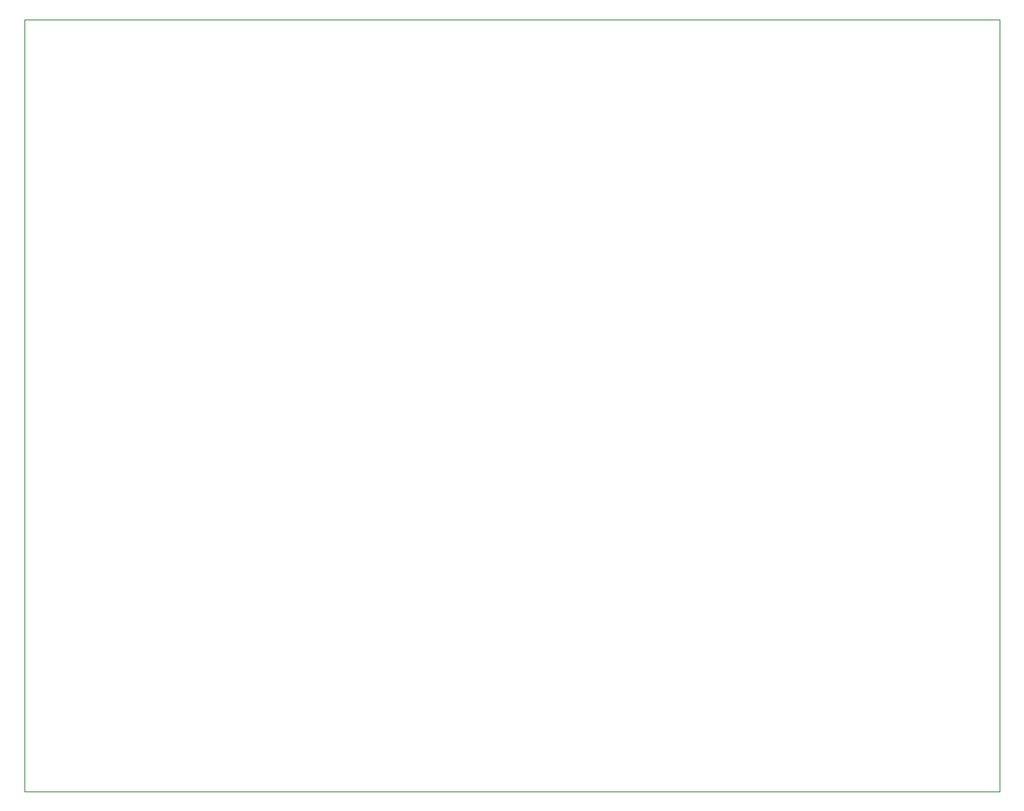
<source format=gbr>
%TF.GenerationSoftware,Altium Limited,Altium Designer,19.0.15 (446)*%
G04 Layer_Color=0*
%FSLAX45Y45*%
%MOMM*%
%TF.FileFunction,Profile,NP*%
%TF.Part,Single*%
G01*
G75*
%TA.AperFunction,Profile*%
%ADD107C,0.02540*%
D107*
X469900Y609600D02*
X10604500D01*
Y8636000D01*
X469900D01*
Y609600D01*
%TF.MD5,e12fc88b42f977949f19bdf7627623fa*%
M02*

</source>
